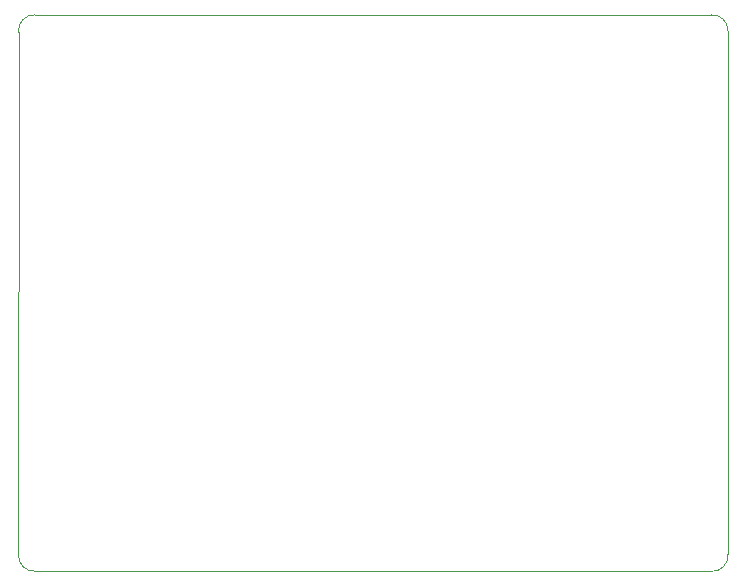
<source format=gbr>
G04 #@! TF.GenerationSoftware,KiCad,Pcbnew,(5.1.2)-1*
G04 #@! TF.CreationDate,2019-08-02T22:36:28-03:00*
G04 #@! TF.ProjectId,Medidor,4d656469-646f-4722-9e6b-696361645f70,rev?*
G04 #@! TF.SameCoordinates,Original*
G04 #@! TF.FileFunction,Profile,NP*
%FSLAX46Y46*%
G04 Gerber Fmt 4.6, Leading zero omitted, Abs format (unit mm)*
G04 Created by KiCad (PCBNEW (5.1.2)-1) date 2019-08-02 22:36:28*
%MOMM*%
%LPD*%
G04 APERTURE LIST*
%ADD10C,0.120000*%
G04 APERTURE END LIST*
D10*
X85031483Y-135376969D02*
G75*
G02X83566000Y-133985000I-131984J1328470D01*
G01*
X143637000Y-133921500D02*
G75*
G02X142245031Y-135386983I-1328470J-131984D01*
G01*
X142171517Y-88270031D02*
G75*
G02X143637000Y-89662000I131984J-1328470D01*
G01*
X83571031Y-89730483D02*
G75*
G02X84963000Y-88265000I1328470J131984D01*
G01*
X142171517Y-88270031D02*
X84963000Y-88265000D01*
X143637000Y-133921500D02*
X143637000Y-89662000D01*
X85031483Y-135376969D02*
X142245031Y-135386983D01*
X83571031Y-89730483D02*
X83566000Y-133985000D01*
M02*

</source>
